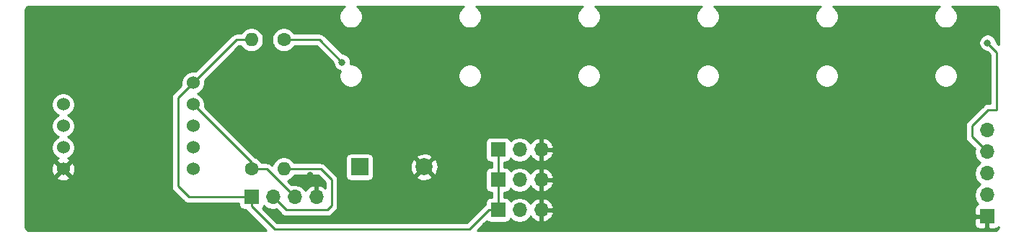
<source format=gbr>
G04 #@! TF.GenerationSoftware,KiCad,Pcbnew,(5.1.5)-3*
G04 #@! TF.CreationDate,2020-12-21T11:55:10+01:00*
G04 #@! TF.ProjectId,epimetheus,6570696d-6574-4686-9575-732e6b696361,rev?*
G04 #@! TF.SameCoordinates,Original*
G04 #@! TF.FileFunction,Copper,L2,Bot*
G04 #@! TF.FilePolarity,Positive*
%FSLAX46Y46*%
G04 Gerber Fmt 4.6, Leading zero omitted, Abs format (unit mm)*
G04 Created by KiCad (PCBNEW (5.1.5)-3) date 2020-12-21 11:55:10*
%MOMM*%
%LPD*%
G04 APERTURE LIST*
%ADD10C,1.524000*%
%ADD11O,1.700000X1.700000*%
%ADD12R,1.700000X1.700000*%
%ADD13O,1.600000X1.600000*%
%ADD14C,1.600000*%
%ADD15C,2.000000*%
%ADD16R,2.000000X2.000000*%
%ADD17C,0.800000*%
%ADD18C,0.250000*%
%ADD19C,0.254000*%
G04 APERTURE END LIST*
D10*
X154686000Y-58166000D03*
X154686000Y-60706000D03*
X154686000Y-63246000D03*
X154686000Y-65786000D03*
X169926000Y-65786000D03*
X169926000Y-63246000D03*
X169926000Y-60706000D03*
X169926000Y-58166000D03*
X169926000Y-55626000D03*
D11*
X263144000Y-61214000D03*
X263144000Y-63754000D03*
X263144000Y-66294000D03*
X263144000Y-68834000D03*
D12*
X263144000Y-71374000D03*
D11*
X184404000Y-69088000D03*
X181864000Y-69088000D03*
X179324000Y-69088000D03*
D12*
X176784000Y-69088000D03*
D11*
X210820000Y-67056000D03*
X208280000Y-67056000D03*
D12*
X205740000Y-67056000D03*
D11*
X210820000Y-70612000D03*
X208280000Y-70612000D03*
D12*
X205740000Y-70612000D03*
D11*
X210820000Y-63500000D03*
X208280000Y-63500000D03*
D12*
X205740000Y-63500000D03*
D13*
X176784000Y-50546000D03*
D14*
X176784000Y-65786000D03*
D13*
X180594000Y-65786000D03*
D14*
X180594000Y-50546000D03*
D15*
X197084000Y-65532000D03*
D16*
X189484000Y-65532000D03*
D17*
X183642000Y-66548000D03*
X263225400Y-50903000D03*
X187431000Y-53184500D03*
D18*
X184404000Y-69088000D02*
X184404000Y-67310000D01*
X184404000Y-67310000D02*
X183642000Y-66548000D01*
X263225400Y-50903000D02*
X264319300Y-51996900D01*
X264319300Y-58768700D02*
X263303300Y-58768700D01*
X264319300Y-51996900D02*
X264319300Y-58768700D01*
X263303300Y-58768700D02*
X261366000Y-60706000D01*
X261366000Y-61976000D02*
X263144000Y-63754000D01*
X261366000Y-60706000D02*
X261366000Y-61976000D01*
X184912000Y-65786000D02*
X180594000Y-65786000D01*
X180848000Y-70612000D02*
X185674000Y-70612000D01*
X179324000Y-69088000D02*
X180848000Y-70612000D01*
X186182000Y-70104000D02*
X186182000Y-67056000D01*
X185674000Y-70612000D02*
X186182000Y-70104000D01*
X186182000Y-67056000D02*
X184912000Y-65786000D01*
X176784000Y-65786000D02*
X176784000Y-65024000D01*
X176784000Y-65024000D02*
X169926000Y-58166000D01*
X178562000Y-65786000D02*
X176784000Y-65786000D01*
X181864000Y-69088000D02*
X178562000Y-65786000D01*
X180594000Y-50546000D02*
X184792500Y-50546000D01*
X184792500Y-50546000D02*
X187431000Y-53184500D01*
X176784000Y-50546000D02*
X175006000Y-50546000D01*
X175006000Y-50546000D02*
X169926000Y-55626000D01*
X205740000Y-63500000D02*
X205740000Y-67056000D01*
X205740000Y-67056000D02*
X205740000Y-70612000D01*
X204640000Y-70612000D02*
X202354000Y-72898000D01*
X205740000Y-70612000D02*
X204640000Y-70612000D01*
X176784000Y-70188000D02*
X176784000Y-69088000D01*
X179494000Y-72898000D02*
X176784000Y-70188000D01*
X202354000Y-72898000D02*
X179494000Y-72898000D01*
X168148000Y-57404000D02*
X169926000Y-55626000D01*
X169418000Y-69088000D02*
X176784000Y-69088000D01*
X168148000Y-67818000D02*
X169418000Y-69088000D01*
X168148000Y-67818000D02*
X168148000Y-57404000D01*
D19*
G36*
X187585114Y-46727201D02*
G01*
X187392201Y-46920114D01*
X187240629Y-47146957D01*
X187136225Y-47399011D01*
X187083000Y-47666589D01*
X187083000Y-47939411D01*
X187136225Y-48206989D01*
X187240629Y-48459043D01*
X187392201Y-48685886D01*
X187585114Y-48878799D01*
X187811957Y-49030371D01*
X188064011Y-49134775D01*
X188331589Y-49188000D01*
X188604411Y-49188000D01*
X188871989Y-49134775D01*
X189124043Y-49030371D01*
X189350886Y-48878799D01*
X189543799Y-48685886D01*
X189695371Y-48459043D01*
X189799775Y-48206989D01*
X189853000Y-47939411D01*
X189853000Y-47666589D01*
X189799775Y-47399011D01*
X189695371Y-47146957D01*
X189543799Y-46920114D01*
X189350886Y-46727201D01*
X189211401Y-46634000D01*
X201694599Y-46634000D01*
X201555114Y-46727201D01*
X201362201Y-46920114D01*
X201210629Y-47146957D01*
X201106225Y-47399011D01*
X201053000Y-47666589D01*
X201053000Y-47939411D01*
X201106225Y-48206989D01*
X201210629Y-48459043D01*
X201362201Y-48685886D01*
X201555114Y-48878799D01*
X201781957Y-49030371D01*
X202034011Y-49134775D01*
X202301589Y-49188000D01*
X202574411Y-49188000D01*
X202841989Y-49134775D01*
X203094043Y-49030371D01*
X203320886Y-48878799D01*
X203513799Y-48685886D01*
X203665371Y-48459043D01*
X203769775Y-48206989D01*
X203823000Y-47939411D01*
X203823000Y-47666589D01*
X203769775Y-47399011D01*
X203665371Y-47146957D01*
X203513799Y-46920114D01*
X203320886Y-46727201D01*
X203181401Y-46634000D01*
X215664599Y-46634000D01*
X215525114Y-46727201D01*
X215332201Y-46920114D01*
X215180629Y-47146957D01*
X215076225Y-47399011D01*
X215023000Y-47666589D01*
X215023000Y-47939411D01*
X215076225Y-48206989D01*
X215180629Y-48459043D01*
X215332201Y-48685886D01*
X215525114Y-48878799D01*
X215751957Y-49030371D01*
X216004011Y-49134775D01*
X216271589Y-49188000D01*
X216544411Y-49188000D01*
X216811989Y-49134775D01*
X217064043Y-49030371D01*
X217290886Y-48878799D01*
X217483799Y-48685886D01*
X217635371Y-48459043D01*
X217739775Y-48206989D01*
X217793000Y-47939411D01*
X217793000Y-47666589D01*
X217739775Y-47399011D01*
X217635371Y-47146957D01*
X217483799Y-46920114D01*
X217290886Y-46727201D01*
X217151401Y-46634000D01*
X229634599Y-46634000D01*
X229495114Y-46727201D01*
X229302201Y-46920114D01*
X229150629Y-47146957D01*
X229046225Y-47399011D01*
X228993000Y-47666589D01*
X228993000Y-47939411D01*
X229046225Y-48206989D01*
X229150629Y-48459043D01*
X229302201Y-48685886D01*
X229495114Y-48878799D01*
X229721957Y-49030371D01*
X229974011Y-49134775D01*
X230241589Y-49188000D01*
X230514411Y-49188000D01*
X230781989Y-49134775D01*
X231034043Y-49030371D01*
X231260886Y-48878799D01*
X231453799Y-48685886D01*
X231605371Y-48459043D01*
X231709775Y-48206989D01*
X231763000Y-47939411D01*
X231763000Y-47666589D01*
X231709775Y-47399011D01*
X231605371Y-47146957D01*
X231453799Y-46920114D01*
X231260886Y-46727201D01*
X231121401Y-46634000D01*
X243604599Y-46634000D01*
X243465114Y-46727201D01*
X243272201Y-46920114D01*
X243120629Y-47146957D01*
X243016225Y-47399011D01*
X242963000Y-47666589D01*
X242963000Y-47939411D01*
X243016225Y-48206989D01*
X243120629Y-48459043D01*
X243272201Y-48685886D01*
X243465114Y-48878799D01*
X243691957Y-49030371D01*
X243944011Y-49134775D01*
X244211589Y-49188000D01*
X244484411Y-49188000D01*
X244751989Y-49134775D01*
X245004043Y-49030371D01*
X245230886Y-48878799D01*
X245423799Y-48685886D01*
X245575371Y-48459043D01*
X245679775Y-48206989D01*
X245733000Y-47939411D01*
X245733000Y-47666589D01*
X245679775Y-47399011D01*
X245575371Y-47146957D01*
X245423799Y-46920114D01*
X245230886Y-46727201D01*
X245091401Y-46634000D01*
X257574599Y-46634000D01*
X257435114Y-46727201D01*
X257242201Y-46920114D01*
X257090629Y-47146957D01*
X256986225Y-47399011D01*
X256933000Y-47666589D01*
X256933000Y-47939411D01*
X256986225Y-48206989D01*
X257090629Y-48459043D01*
X257242201Y-48685886D01*
X257435114Y-48878799D01*
X257661957Y-49030371D01*
X257914011Y-49134775D01*
X258181589Y-49188000D01*
X258454411Y-49188000D01*
X258721989Y-49134775D01*
X258974043Y-49030371D01*
X259200886Y-48878799D01*
X259393799Y-48685886D01*
X259545371Y-48459043D01*
X259649775Y-48206989D01*
X259703000Y-47939411D01*
X259703000Y-47666589D01*
X259649775Y-47399011D01*
X259545371Y-47146957D01*
X259393799Y-46920114D01*
X259200886Y-46727201D01*
X259061401Y-46634000D01*
X264127719Y-46634000D01*
X264228533Y-46643885D01*
X264294457Y-46663789D01*
X264355255Y-46696115D01*
X264408619Y-46739639D01*
X264452512Y-46792696D01*
X264485266Y-46853271D01*
X264505628Y-46919053D01*
X264516000Y-47017730D01*
X264516000Y-51118798D01*
X264260400Y-50863199D01*
X264260400Y-50801061D01*
X264220626Y-50601102D01*
X264142605Y-50412744D01*
X264029337Y-50243226D01*
X263885174Y-50099063D01*
X263715656Y-49985795D01*
X263527298Y-49907774D01*
X263327339Y-49868000D01*
X263123461Y-49868000D01*
X262923502Y-49907774D01*
X262735144Y-49985795D01*
X262565626Y-50099063D01*
X262421463Y-50243226D01*
X262308195Y-50412744D01*
X262230174Y-50601102D01*
X262190400Y-50801061D01*
X262190400Y-51004939D01*
X262230174Y-51204898D01*
X262308195Y-51393256D01*
X262421463Y-51562774D01*
X262565626Y-51706937D01*
X262735144Y-51820205D01*
X262923502Y-51898226D01*
X263123461Y-51938000D01*
X263185599Y-51938000D01*
X263559300Y-52311702D01*
X263559301Y-58008700D01*
X263340623Y-58008700D01*
X263303300Y-58005024D01*
X263265977Y-58008700D01*
X263265967Y-58008700D01*
X263154314Y-58019697D01*
X263011053Y-58063154D01*
X262879023Y-58133726D01*
X262795383Y-58202368D01*
X262763299Y-58228699D01*
X262739501Y-58257697D01*
X260855003Y-60142196D01*
X260825999Y-60165999D01*
X260770871Y-60233174D01*
X260731026Y-60281724D01*
X260722054Y-60298510D01*
X260660454Y-60413754D01*
X260616997Y-60557015D01*
X260606000Y-60668668D01*
X260606000Y-60668678D01*
X260602324Y-60706000D01*
X260606000Y-60743323D01*
X260606001Y-61938668D01*
X260602324Y-61976000D01*
X260616998Y-62124985D01*
X260660454Y-62268246D01*
X260731026Y-62400276D01*
X260761994Y-62438010D01*
X260826000Y-62516001D01*
X260854998Y-62539799D01*
X261702790Y-63387592D01*
X261659000Y-63607740D01*
X261659000Y-63900260D01*
X261716068Y-64187158D01*
X261828010Y-64457411D01*
X261990525Y-64700632D01*
X262197368Y-64907475D01*
X262371760Y-65024000D01*
X262197368Y-65140525D01*
X261990525Y-65347368D01*
X261828010Y-65590589D01*
X261716068Y-65860842D01*
X261659000Y-66147740D01*
X261659000Y-66440260D01*
X261716068Y-66727158D01*
X261828010Y-66997411D01*
X261990525Y-67240632D01*
X262197368Y-67447475D01*
X262371760Y-67564000D01*
X262197368Y-67680525D01*
X261990525Y-67887368D01*
X261828010Y-68130589D01*
X261716068Y-68400842D01*
X261659000Y-68687740D01*
X261659000Y-68980260D01*
X261716068Y-69267158D01*
X261828010Y-69537411D01*
X261990525Y-69780632D01*
X262122380Y-69912487D01*
X262049820Y-69934498D01*
X261939506Y-69993463D01*
X261842815Y-70072815D01*
X261763463Y-70169506D01*
X261704498Y-70279820D01*
X261668188Y-70399518D01*
X261655928Y-70524000D01*
X261659000Y-71088250D01*
X261817750Y-71247000D01*
X263017000Y-71247000D01*
X263017000Y-71227000D01*
X263271000Y-71227000D01*
X263271000Y-71247000D01*
X263291000Y-71247000D01*
X263291000Y-71501000D01*
X263271000Y-71501000D01*
X263271000Y-72700250D01*
X263429750Y-72859000D01*
X263994000Y-72862072D01*
X264118482Y-72849812D01*
X264238180Y-72813502D01*
X264348494Y-72754537D01*
X264445185Y-72675185D01*
X264516001Y-72588895D01*
X264516001Y-72611709D01*
X264506115Y-72712531D01*
X264486211Y-72778458D01*
X264453885Y-72839255D01*
X264410362Y-72892618D01*
X264357300Y-72936515D01*
X264296727Y-72969266D01*
X264230947Y-72989628D01*
X264132269Y-73000000D01*
X203326801Y-73000000D01*
X204102801Y-72224000D01*
X261655928Y-72224000D01*
X261668188Y-72348482D01*
X261704498Y-72468180D01*
X261763463Y-72578494D01*
X261842815Y-72675185D01*
X261939506Y-72754537D01*
X262049820Y-72813502D01*
X262169518Y-72849812D01*
X262294000Y-72862072D01*
X262858250Y-72859000D01*
X263017000Y-72700250D01*
X263017000Y-71501000D01*
X261817750Y-71501000D01*
X261659000Y-71659750D01*
X261655928Y-72224000D01*
X204102801Y-72224000D01*
X204427457Y-71899345D01*
X204438815Y-71913185D01*
X204535506Y-71992537D01*
X204645820Y-72051502D01*
X204765518Y-72087812D01*
X204890000Y-72100072D01*
X206590000Y-72100072D01*
X206714482Y-72087812D01*
X206834180Y-72051502D01*
X206944494Y-71992537D01*
X207041185Y-71913185D01*
X207120537Y-71816494D01*
X207179502Y-71706180D01*
X207201513Y-71633620D01*
X207333368Y-71765475D01*
X207576589Y-71927990D01*
X207846842Y-72039932D01*
X208133740Y-72097000D01*
X208426260Y-72097000D01*
X208713158Y-72039932D01*
X208983411Y-71927990D01*
X209226632Y-71765475D01*
X209433475Y-71558632D01*
X209555195Y-71376466D01*
X209624822Y-71493355D01*
X209819731Y-71709588D01*
X210053080Y-71883641D01*
X210315901Y-72008825D01*
X210463110Y-72053476D01*
X210693000Y-71932155D01*
X210693000Y-70739000D01*
X210947000Y-70739000D01*
X210947000Y-71932155D01*
X211176890Y-72053476D01*
X211324099Y-72008825D01*
X211586920Y-71883641D01*
X211820269Y-71709588D01*
X212015178Y-71493355D01*
X212164157Y-71243252D01*
X212261481Y-70968891D01*
X212140814Y-70739000D01*
X210947000Y-70739000D01*
X210693000Y-70739000D01*
X210673000Y-70739000D01*
X210673000Y-70485000D01*
X210693000Y-70485000D01*
X210693000Y-69291845D01*
X210947000Y-69291845D01*
X210947000Y-70485000D01*
X212140814Y-70485000D01*
X212261481Y-70255109D01*
X212164157Y-69980748D01*
X212015178Y-69730645D01*
X211820269Y-69514412D01*
X211586920Y-69340359D01*
X211324099Y-69215175D01*
X211176890Y-69170524D01*
X210947000Y-69291845D01*
X210693000Y-69291845D01*
X210463110Y-69170524D01*
X210315901Y-69215175D01*
X210053080Y-69340359D01*
X209819731Y-69514412D01*
X209624822Y-69730645D01*
X209555195Y-69847534D01*
X209433475Y-69665368D01*
X209226632Y-69458525D01*
X208983411Y-69296010D01*
X208713158Y-69184068D01*
X208426260Y-69127000D01*
X208133740Y-69127000D01*
X207846842Y-69184068D01*
X207576589Y-69296010D01*
X207333368Y-69458525D01*
X207201513Y-69590380D01*
X207179502Y-69517820D01*
X207120537Y-69407506D01*
X207041185Y-69310815D01*
X206944494Y-69231463D01*
X206834180Y-69172498D01*
X206714482Y-69136188D01*
X206590000Y-69123928D01*
X206500000Y-69123928D01*
X206500000Y-68544072D01*
X206590000Y-68544072D01*
X206714482Y-68531812D01*
X206834180Y-68495502D01*
X206944494Y-68436537D01*
X207041185Y-68357185D01*
X207120537Y-68260494D01*
X207179502Y-68150180D01*
X207201513Y-68077620D01*
X207333368Y-68209475D01*
X207576589Y-68371990D01*
X207846842Y-68483932D01*
X208133740Y-68541000D01*
X208426260Y-68541000D01*
X208713158Y-68483932D01*
X208983411Y-68371990D01*
X209226632Y-68209475D01*
X209433475Y-68002632D01*
X209555195Y-67820466D01*
X209624822Y-67937355D01*
X209819731Y-68153588D01*
X210053080Y-68327641D01*
X210315901Y-68452825D01*
X210463110Y-68497476D01*
X210693000Y-68376155D01*
X210693000Y-67183000D01*
X210947000Y-67183000D01*
X210947000Y-68376155D01*
X211176890Y-68497476D01*
X211324099Y-68452825D01*
X211586920Y-68327641D01*
X211820269Y-68153588D01*
X212015178Y-67937355D01*
X212164157Y-67687252D01*
X212261481Y-67412891D01*
X212140814Y-67183000D01*
X210947000Y-67183000D01*
X210693000Y-67183000D01*
X210673000Y-67183000D01*
X210673000Y-66929000D01*
X210693000Y-66929000D01*
X210693000Y-65735845D01*
X210947000Y-65735845D01*
X210947000Y-66929000D01*
X212140814Y-66929000D01*
X212261481Y-66699109D01*
X212164157Y-66424748D01*
X212015178Y-66174645D01*
X211820269Y-65958412D01*
X211586920Y-65784359D01*
X211324099Y-65659175D01*
X211176890Y-65614524D01*
X210947000Y-65735845D01*
X210693000Y-65735845D01*
X210463110Y-65614524D01*
X210315901Y-65659175D01*
X210053080Y-65784359D01*
X209819731Y-65958412D01*
X209624822Y-66174645D01*
X209555195Y-66291534D01*
X209433475Y-66109368D01*
X209226632Y-65902525D01*
X208983411Y-65740010D01*
X208713158Y-65628068D01*
X208426260Y-65571000D01*
X208133740Y-65571000D01*
X207846842Y-65628068D01*
X207576589Y-65740010D01*
X207333368Y-65902525D01*
X207201513Y-66034380D01*
X207179502Y-65961820D01*
X207120537Y-65851506D01*
X207041185Y-65754815D01*
X206944494Y-65675463D01*
X206834180Y-65616498D01*
X206714482Y-65580188D01*
X206590000Y-65567928D01*
X206500000Y-65567928D01*
X206500000Y-64988072D01*
X206590000Y-64988072D01*
X206714482Y-64975812D01*
X206834180Y-64939502D01*
X206944494Y-64880537D01*
X207041185Y-64801185D01*
X207120537Y-64704494D01*
X207179502Y-64594180D01*
X207201513Y-64521620D01*
X207333368Y-64653475D01*
X207576589Y-64815990D01*
X207846842Y-64927932D01*
X208133740Y-64985000D01*
X208426260Y-64985000D01*
X208713158Y-64927932D01*
X208983411Y-64815990D01*
X209226632Y-64653475D01*
X209433475Y-64446632D01*
X209555195Y-64264466D01*
X209624822Y-64381355D01*
X209819731Y-64597588D01*
X210053080Y-64771641D01*
X210315901Y-64896825D01*
X210463110Y-64941476D01*
X210693000Y-64820155D01*
X210693000Y-63627000D01*
X210947000Y-63627000D01*
X210947000Y-64820155D01*
X211176890Y-64941476D01*
X211324099Y-64896825D01*
X211586920Y-64771641D01*
X211820269Y-64597588D01*
X212015178Y-64381355D01*
X212164157Y-64131252D01*
X212261481Y-63856891D01*
X212140814Y-63627000D01*
X210947000Y-63627000D01*
X210693000Y-63627000D01*
X210673000Y-63627000D01*
X210673000Y-63373000D01*
X210693000Y-63373000D01*
X210693000Y-62179845D01*
X210947000Y-62179845D01*
X210947000Y-63373000D01*
X212140814Y-63373000D01*
X212261481Y-63143109D01*
X212164157Y-62868748D01*
X212015178Y-62618645D01*
X211820269Y-62402412D01*
X211586920Y-62228359D01*
X211324099Y-62103175D01*
X211176890Y-62058524D01*
X210947000Y-62179845D01*
X210693000Y-62179845D01*
X210463110Y-62058524D01*
X210315901Y-62103175D01*
X210053080Y-62228359D01*
X209819731Y-62402412D01*
X209624822Y-62618645D01*
X209555195Y-62735534D01*
X209433475Y-62553368D01*
X209226632Y-62346525D01*
X208983411Y-62184010D01*
X208713158Y-62072068D01*
X208426260Y-62015000D01*
X208133740Y-62015000D01*
X207846842Y-62072068D01*
X207576589Y-62184010D01*
X207333368Y-62346525D01*
X207201513Y-62478380D01*
X207179502Y-62405820D01*
X207120537Y-62295506D01*
X207041185Y-62198815D01*
X206944494Y-62119463D01*
X206834180Y-62060498D01*
X206714482Y-62024188D01*
X206590000Y-62011928D01*
X204890000Y-62011928D01*
X204765518Y-62024188D01*
X204645820Y-62060498D01*
X204535506Y-62119463D01*
X204438815Y-62198815D01*
X204359463Y-62295506D01*
X204300498Y-62405820D01*
X204264188Y-62525518D01*
X204251928Y-62650000D01*
X204251928Y-64350000D01*
X204264188Y-64474482D01*
X204300498Y-64594180D01*
X204359463Y-64704494D01*
X204438815Y-64801185D01*
X204535506Y-64880537D01*
X204645820Y-64939502D01*
X204765518Y-64975812D01*
X204890000Y-64988072D01*
X204980000Y-64988072D01*
X204980001Y-65567928D01*
X204890000Y-65567928D01*
X204765518Y-65580188D01*
X204645820Y-65616498D01*
X204535506Y-65675463D01*
X204438815Y-65754815D01*
X204359463Y-65851506D01*
X204300498Y-65961820D01*
X204264188Y-66081518D01*
X204251928Y-66206000D01*
X204251928Y-67906000D01*
X204264188Y-68030482D01*
X204300498Y-68150180D01*
X204359463Y-68260494D01*
X204438815Y-68357185D01*
X204535506Y-68436537D01*
X204645820Y-68495502D01*
X204765518Y-68531812D01*
X204890000Y-68544072D01*
X204980000Y-68544072D01*
X204980001Y-69123928D01*
X204890000Y-69123928D01*
X204765518Y-69136188D01*
X204645820Y-69172498D01*
X204535506Y-69231463D01*
X204438815Y-69310815D01*
X204359463Y-69407506D01*
X204300498Y-69517820D01*
X204264188Y-69637518D01*
X204251928Y-69762000D01*
X204251928Y-69957674D01*
X204215724Y-69977026D01*
X204099999Y-70071999D01*
X204076202Y-70100996D01*
X202039199Y-72138000D01*
X179808802Y-72138000D01*
X178071345Y-70400543D01*
X178085185Y-70389185D01*
X178164537Y-70292494D01*
X178223502Y-70182180D01*
X178245513Y-70109620D01*
X178377368Y-70241475D01*
X178620589Y-70403990D01*
X178890842Y-70515932D01*
X179177740Y-70573000D01*
X179470260Y-70573000D01*
X179690407Y-70529210D01*
X180284205Y-71123008D01*
X180307999Y-71152001D01*
X180336992Y-71175795D01*
X180336996Y-71175799D01*
X180407685Y-71233811D01*
X180423724Y-71246974D01*
X180555753Y-71317546D01*
X180699014Y-71361003D01*
X180810667Y-71372000D01*
X180810676Y-71372000D01*
X180847999Y-71375676D01*
X180885322Y-71372000D01*
X185636678Y-71372000D01*
X185674000Y-71375676D01*
X185711322Y-71372000D01*
X185711333Y-71372000D01*
X185822986Y-71361003D01*
X185966247Y-71317546D01*
X186098276Y-71246974D01*
X186214001Y-71152001D01*
X186237803Y-71122998D01*
X186693003Y-70667798D01*
X186722001Y-70644001D01*
X186816974Y-70528276D01*
X186887546Y-70396247D01*
X186931003Y-70252986D01*
X186942000Y-70141333D01*
X186942000Y-70141324D01*
X186945676Y-70104001D01*
X186942000Y-70066678D01*
X186942000Y-67093322D01*
X186945676Y-67055999D01*
X186942000Y-67018676D01*
X186942000Y-67018667D01*
X186931003Y-66907014D01*
X186887546Y-66763753D01*
X186816974Y-66631724D01*
X186722001Y-66515999D01*
X186693003Y-66492201D01*
X185475804Y-65275003D01*
X185452001Y-65245999D01*
X185336276Y-65151026D01*
X185204247Y-65080454D01*
X185060986Y-65036997D01*
X184949333Y-65026000D01*
X184949322Y-65026000D01*
X184912000Y-65022324D01*
X184874678Y-65026000D01*
X181812043Y-65026000D01*
X181708637Y-64871241D01*
X181508759Y-64671363D01*
X181300188Y-64532000D01*
X187845928Y-64532000D01*
X187845928Y-66532000D01*
X187858188Y-66656482D01*
X187894498Y-66776180D01*
X187953463Y-66886494D01*
X188032815Y-66983185D01*
X188129506Y-67062537D01*
X188239820Y-67121502D01*
X188359518Y-67157812D01*
X188484000Y-67170072D01*
X190484000Y-67170072D01*
X190608482Y-67157812D01*
X190728180Y-67121502D01*
X190838494Y-67062537D01*
X190935185Y-66983185D01*
X191014537Y-66886494D01*
X191073502Y-66776180D01*
X191106496Y-66667413D01*
X196128192Y-66667413D01*
X196223956Y-66931814D01*
X196513571Y-67072704D01*
X196825108Y-67154384D01*
X197146595Y-67173718D01*
X197465675Y-67129961D01*
X197770088Y-67024795D01*
X197944044Y-66931814D01*
X198039808Y-66667413D01*
X197084000Y-65711605D01*
X196128192Y-66667413D01*
X191106496Y-66667413D01*
X191109812Y-66656482D01*
X191122072Y-66532000D01*
X191122072Y-65594595D01*
X195442282Y-65594595D01*
X195486039Y-65913675D01*
X195591205Y-66218088D01*
X195684186Y-66392044D01*
X195948587Y-66487808D01*
X196904395Y-65532000D01*
X197263605Y-65532000D01*
X198219413Y-66487808D01*
X198483814Y-66392044D01*
X198624704Y-66102429D01*
X198706384Y-65790892D01*
X198725718Y-65469405D01*
X198681961Y-65150325D01*
X198576795Y-64845912D01*
X198483814Y-64671956D01*
X198219413Y-64576192D01*
X197263605Y-65532000D01*
X196904395Y-65532000D01*
X195948587Y-64576192D01*
X195684186Y-64671956D01*
X195543296Y-64961571D01*
X195461616Y-65273108D01*
X195442282Y-65594595D01*
X191122072Y-65594595D01*
X191122072Y-64532000D01*
X191109812Y-64407518D01*
X191106497Y-64396587D01*
X196128192Y-64396587D01*
X197084000Y-65352395D01*
X198039808Y-64396587D01*
X197944044Y-64132186D01*
X197654429Y-63991296D01*
X197342892Y-63909616D01*
X197021405Y-63890282D01*
X196702325Y-63934039D01*
X196397912Y-64039205D01*
X196223956Y-64132186D01*
X196128192Y-64396587D01*
X191106497Y-64396587D01*
X191073502Y-64287820D01*
X191014537Y-64177506D01*
X190935185Y-64080815D01*
X190838494Y-64001463D01*
X190728180Y-63942498D01*
X190608482Y-63906188D01*
X190484000Y-63893928D01*
X188484000Y-63893928D01*
X188359518Y-63906188D01*
X188239820Y-63942498D01*
X188129506Y-64001463D01*
X188032815Y-64080815D01*
X187953463Y-64177506D01*
X187894498Y-64287820D01*
X187858188Y-64407518D01*
X187845928Y-64532000D01*
X181300188Y-64532000D01*
X181273727Y-64514320D01*
X181012574Y-64406147D01*
X180735335Y-64351000D01*
X180452665Y-64351000D01*
X180175426Y-64406147D01*
X179914273Y-64514320D01*
X179679241Y-64671363D01*
X179479363Y-64871241D01*
X179322320Y-65106273D01*
X179215342Y-65364541D01*
X179125804Y-65275003D01*
X179102001Y-65245999D01*
X178986276Y-65151026D01*
X178854247Y-65080454D01*
X178710986Y-65036997D01*
X178599333Y-65026000D01*
X178599322Y-65026000D01*
X178562000Y-65022324D01*
X178524678Y-65026000D01*
X178002043Y-65026000D01*
X177898637Y-64871241D01*
X177698759Y-64671363D01*
X177463727Y-64514320D01*
X177268084Y-64433282D01*
X171292372Y-58457571D01*
X171323000Y-58303592D01*
X171323000Y-58028408D01*
X171269314Y-57758510D01*
X171164005Y-57504273D01*
X171011120Y-57275465D01*
X170816535Y-57080880D01*
X170587727Y-56927995D01*
X170510485Y-56896000D01*
X170587727Y-56864005D01*
X170816535Y-56711120D01*
X171011120Y-56516535D01*
X171164005Y-56287727D01*
X171269314Y-56033490D01*
X171323000Y-55763592D01*
X171323000Y-55488408D01*
X171292372Y-55334429D01*
X175320802Y-51306000D01*
X175565957Y-51306000D01*
X175669363Y-51460759D01*
X175869241Y-51660637D01*
X176104273Y-51817680D01*
X176365426Y-51925853D01*
X176642665Y-51981000D01*
X176925335Y-51981000D01*
X177202574Y-51925853D01*
X177463727Y-51817680D01*
X177698759Y-51660637D01*
X177898637Y-51460759D01*
X178055680Y-51225727D01*
X178163853Y-50964574D01*
X178219000Y-50687335D01*
X178219000Y-50404665D01*
X179159000Y-50404665D01*
X179159000Y-50687335D01*
X179214147Y-50964574D01*
X179322320Y-51225727D01*
X179479363Y-51460759D01*
X179679241Y-51660637D01*
X179914273Y-51817680D01*
X180175426Y-51925853D01*
X180452665Y-51981000D01*
X180735335Y-51981000D01*
X181012574Y-51925853D01*
X181273727Y-51817680D01*
X181508759Y-51660637D01*
X181708637Y-51460759D01*
X181812043Y-51306000D01*
X184477699Y-51306000D01*
X186396000Y-53224303D01*
X186396000Y-53286439D01*
X186435774Y-53486398D01*
X186513795Y-53674756D01*
X186627063Y-53844274D01*
X186771226Y-53988437D01*
X186940744Y-54101705D01*
X187129102Y-54179726D01*
X187219599Y-54197727D01*
X187136225Y-54399011D01*
X187083000Y-54666589D01*
X187083000Y-54939411D01*
X187136225Y-55206989D01*
X187240629Y-55459043D01*
X187392201Y-55685886D01*
X187585114Y-55878799D01*
X187811957Y-56030371D01*
X188064011Y-56134775D01*
X188331589Y-56188000D01*
X188604411Y-56188000D01*
X188871989Y-56134775D01*
X189124043Y-56030371D01*
X189350886Y-55878799D01*
X189543799Y-55685886D01*
X189695371Y-55459043D01*
X189799775Y-55206989D01*
X189853000Y-54939411D01*
X189853000Y-54666589D01*
X201053000Y-54666589D01*
X201053000Y-54939411D01*
X201106225Y-55206989D01*
X201210629Y-55459043D01*
X201362201Y-55685886D01*
X201555114Y-55878799D01*
X201781957Y-56030371D01*
X202034011Y-56134775D01*
X202301589Y-56188000D01*
X202574411Y-56188000D01*
X202841989Y-56134775D01*
X203094043Y-56030371D01*
X203320886Y-55878799D01*
X203513799Y-55685886D01*
X203665371Y-55459043D01*
X203769775Y-55206989D01*
X203823000Y-54939411D01*
X203823000Y-54666589D01*
X215023000Y-54666589D01*
X215023000Y-54939411D01*
X215076225Y-55206989D01*
X215180629Y-55459043D01*
X215332201Y-55685886D01*
X215525114Y-55878799D01*
X215751957Y-56030371D01*
X216004011Y-56134775D01*
X216271589Y-56188000D01*
X216544411Y-56188000D01*
X216811989Y-56134775D01*
X217064043Y-56030371D01*
X217290886Y-55878799D01*
X217483799Y-55685886D01*
X217635371Y-55459043D01*
X217739775Y-55206989D01*
X217793000Y-54939411D01*
X217793000Y-54666589D01*
X228993000Y-54666589D01*
X228993000Y-54939411D01*
X229046225Y-55206989D01*
X229150629Y-55459043D01*
X229302201Y-55685886D01*
X229495114Y-55878799D01*
X229721957Y-56030371D01*
X229974011Y-56134775D01*
X230241589Y-56188000D01*
X230514411Y-56188000D01*
X230781989Y-56134775D01*
X231034043Y-56030371D01*
X231260886Y-55878799D01*
X231453799Y-55685886D01*
X231605371Y-55459043D01*
X231709775Y-55206989D01*
X231763000Y-54939411D01*
X231763000Y-54666589D01*
X242963000Y-54666589D01*
X242963000Y-54939411D01*
X243016225Y-55206989D01*
X243120629Y-55459043D01*
X243272201Y-55685886D01*
X243465114Y-55878799D01*
X243691957Y-56030371D01*
X243944011Y-56134775D01*
X244211589Y-56188000D01*
X244484411Y-56188000D01*
X244751989Y-56134775D01*
X245004043Y-56030371D01*
X245230886Y-55878799D01*
X245423799Y-55685886D01*
X245575371Y-55459043D01*
X245679775Y-55206989D01*
X245733000Y-54939411D01*
X245733000Y-54666589D01*
X256933000Y-54666589D01*
X256933000Y-54939411D01*
X256986225Y-55206989D01*
X257090629Y-55459043D01*
X257242201Y-55685886D01*
X257435114Y-55878799D01*
X257661957Y-56030371D01*
X257914011Y-56134775D01*
X258181589Y-56188000D01*
X258454411Y-56188000D01*
X258721989Y-56134775D01*
X258974043Y-56030371D01*
X259200886Y-55878799D01*
X259393799Y-55685886D01*
X259545371Y-55459043D01*
X259649775Y-55206989D01*
X259703000Y-54939411D01*
X259703000Y-54666589D01*
X259649775Y-54399011D01*
X259545371Y-54146957D01*
X259393799Y-53920114D01*
X259200886Y-53727201D01*
X258974043Y-53575629D01*
X258721989Y-53471225D01*
X258454411Y-53418000D01*
X258181589Y-53418000D01*
X257914011Y-53471225D01*
X257661957Y-53575629D01*
X257435114Y-53727201D01*
X257242201Y-53920114D01*
X257090629Y-54146957D01*
X256986225Y-54399011D01*
X256933000Y-54666589D01*
X245733000Y-54666589D01*
X245679775Y-54399011D01*
X245575371Y-54146957D01*
X245423799Y-53920114D01*
X245230886Y-53727201D01*
X245004043Y-53575629D01*
X244751989Y-53471225D01*
X244484411Y-53418000D01*
X244211589Y-53418000D01*
X243944011Y-53471225D01*
X243691957Y-53575629D01*
X243465114Y-53727201D01*
X243272201Y-53920114D01*
X243120629Y-54146957D01*
X243016225Y-54399011D01*
X242963000Y-54666589D01*
X231763000Y-54666589D01*
X231709775Y-54399011D01*
X231605371Y-54146957D01*
X231453799Y-53920114D01*
X231260886Y-53727201D01*
X231034043Y-53575629D01*
X230781989Y-53471225D01*
X230514411Y-53418000D01*
X230241589Y-53418000D01*
X229974011Y-53471225D01*
X229721957Y-53575629D01*
X229495114Y-53727201D01*
X229302201Y-53920114D01*
X229150629Y-54146957D01*
X229046225Y-54399011D01*
X228993000Y-54666589D01*
X217793000Y-54666589D01*
X217739775Y-54399011D01*
X217635371Y-54146957D01*
X217483799Y-53920114D01*
X217290886Y-53727201D01*
X217064043Y-53575629D01*
X216811989Y-53471225D01*
X216544411Y-53418000D01*
X216271589Y-53418000D01*
X216004011Y-53471225D01*
X215751957Y-53575629D01*
X215525114Y-53727201D01*
X215332201Y-53920114D01*
X215180629Y-54146957D01*
X215076225Y-54399011D01*
X215023000Y-54666589D01*
X203823000Y-54666589D01*
X203769775Y-54399011D01*
X203665371Y-54146957D01*
X203513799Y-53920114D01*
X203320886Y-53727201D01*
X203094043Y-53575629D01*
X202841989Y-53471225D01*
X202574411Y-53418000D01*
X202301589Y-53418000D01*
X202034011Y-53471225D01*
X201781957Y-53575629D01*
X201555114Y-53727201D01*
X201362201Y-53920114D01*
X201210629Y-54146957D01*
X201106225Y-54399011D01*
X201053000Y-54666589D01*
X189853000Y-54666589D01*
X189799775Y-54399011D01*
X189695371Y-54146957D01*
X189543799Y-53920114D01*
X189350886Y-53727201D01*
X189124043Y-53575629D01*
X188871989Y-53471225D01*
X188604411Y-53418000D01*
X188439831Y-53418000D01*
X188466000Y-53286439D01*
X188466000Y-53082561D01*
X188426226Y-52882602D01*
X188348205Y-52694244D01*
X188234937Y-52524726D01*
X188090774Y-52380563D01*
X187921256Y-52267295D01*
X187732898Y-52189274D01*
X187532939Y-52149500D01*
X187470803Y-52149500D01*
X185356304Y-50035003D01*
X185332501Y-50005999D01*
X185216776Y-49911026D01*
X185084747Y-49840454D01*
X184941486Y-49796997D01*
X184829833Y-49786000D01*
X184829822Y-49786000D01*
X184792500Y-49782324D01*
X184755178Y-49786000D01*
X181812043Y-49786000D01*
X181708637Y-49631241D01*
X181508759Y-49431363D01*
X181273727Y-49274320D01*
X181012574Y-49166147D01*
X180735335Y-49111000D01*
X180452665Y-49111000D01*
X180175426Y-49166147D01*
X179914273Y-49274320D01*
X179679241Y-49431363D01*
X179479363Y-49631241D01*
X179322320Y-49866273D01*
X179214147Y-50127426D01*
X179159000Y-50404665D01*
X178219000Y-50404665D01*
X178163853Y-50127426D01*
X178055680Y-49866273D01*
X177898637Y-49631241D01*
X177698759Y-49431363D01*
X177463727Y-49274320D01*
X177202574Y-49166147D01*
X176925335Y-49111000D01*
X176642665Y-49111000D01*
X176365426Y-49166147D01*
X176104273Y-49274320D01*
X175869241Y-49431363D01*
X175669363Y-49631241D01*
X175565957Y-49786000D01*
X175043323Y-49786000D01*
X175006000Y-49782324D01*
X174968677Y-49786000D01*
X174968667Y-49786000D01*
X174857014Y-49796997D01*
X174713753Y-49840454D01*
X174581723Y-49911026D01*
X174498083Y-49979668D01*
X174465999Y-50005999D01*
X174442201Y-50034997D01*
X170217571Y-54259628D01*
X170063592Y-54229000D01*
X169788408Y-54229000D01*
X169518510Y-54282686D01*
X169264273Y-54387995D01*
X169035465Y-54540880D01*
X168840880Y-54735465D01*
X168687995Y-54964273D01*
X168582686Y-55218510D01*
X168529000Y-55488408D01*
X168529000Y-55763592D01*
X168559628Y-55917570D01*
X167636998Y-56840201D01*
X167608000Y-56863999D01*
X167584202Y-56892997D01*
X167584201Y-56892998D01*
X167513026Y-56979724D01*
X167442454Y-57111754D01*
X167398998Y-57255015D01*
X167384324Y-57404000D01*
X167388001Y-57441332D01*
X167388000Y-67780678D01*
X167384324Y-67818000D01*
X167388000Y-67855322D01*
X167388000Y-67855332D01*
X167398997Y-67966985D01*
X167442454Y-68110246D01*
X167513026Y-68242276D01*
X167552871Y-68290826D01*
X167607999Y-68358001D01*
X167637003Y-68381804D01*
X168854200Y-69599002D01*
X168877999Y-69628001D01*
X168993724Y-69722974D01*
X169125753Y-69793546D01*
X169269014Y-69837003D01*
X169380667Y-69848000D01*
X169380676Y-69848000D01*
X169417999Y-69851676D01*
X169455322Y-69848000D01*
X175295928Y-69848000D01*
X175295928Y-69938000D01*
X175308188Y-70062482D01*
X175344498Y-70182180D01*
X175403463Y-70292494D01*
X175482815Y-70389185D01*
X175579506Y-70468537D01*
X175689820Y-70527502D01*
X175809518Y-70563812D01*
X175934000Y-70576072D01*
X176129674Y-70576072D01*
X176149026Y-70612276D01*
X176179438Y-70649333D01*
X176243999Y-70728001D01*
X176273003Y-70751804D01*
X178521198Y-73000000D01*
X150654281Y-73000000D01*
X150553469Y-72990115D01*
X150487542Y-72970211D01*
X150426745Y-72937885D01*
X150373382Y-72894362D01*
X150329485Y-72841300D01*
X150296734Y-72780727D01*
X150276372Y-72714947D01*
X150266000Y-72616269D01*
X150266000Y-66751565D01*
X153900040Y-66751565D01*
X153967020Y-66991656D01*
X154216048Y-67108756D01*
X154483135Y-67175023D01*
X154758017Y-67187910D01*
X155030133Y-67146922D01*
X155289023Y-67053636D01*
X155404980Y-66991656D01*
X155471960Y-66751565D01*
X154686000Y-65965605D01*
X153900040Y-66751565D01*
X150266000Y-66751565D01*
X150266000Y-65858017D01*
X153284090Y-65858017D01*
X153325078Y-66130133D01*
X153418364Y-66389023D01*
X153480344Y-66504980D01*
X153720435Y-66571960D01*
X154506395Y-65786000D01*
X154865605Y-65786000D01*
X155651565Y-66571960D01*
X155891656Y-66504980D01*
X156008756Y-66255952D01*
X156075023Y-65988865D01*
X156087910Y-65713983D01*
X156046922Y-65441867D01*
X155953636Y-65182977D01*
X155891656Y-65067020D01*
X155651565Y-65000040D01*
X154865605Y-65786000D01*
X154506395Y-65786000D01*
X153720435Y-65000040D01*
X153480344Y-65067020D01*
X153363244Y-65316048D01*
X153296977Y-65583135D01*
X153284090Y-65858017D01*
X150266000Y-65858017D01*
X150266000Y-58028408D01*
X153289000Y-58028408D01*
X153289000Y-58303592D01*
X153342686Y-58573490D01*
X153447995Y-58827727D01*
X153600880Y-59056535D01*
X153795465Y-59251120D01*
X154024273Y-59404005D01*
X154101515Y-59436000D01*
X154024273Y-59467995D01*
X153795465Y-59620880D01*
X153600880Y-59815465D01*
X153447995Y-60044273D01*
X153342686Y-60298510D01*
X153289000Y-60568408D01*
X153289000Y-60843592D01*
X153342686Y-61113490D01*
X153447995Y-61367727D01*
X153600880Y-61596535D01*
X153795465Y-61791120D01*
X154024273Y-61944005D01*
X154101515Y-61976000D01*
X154024273Y-62007995D01*
X153795465Y-62160880D01*
X153600880Y-62355465D01*
X153447995Y-62584273D01*
X153342686Y-62838510D01*
X153289000Y-63108408D01*
X153289000Y-63383592D01*
X153342686Y-63653490D01*
X153447995Y-63907727D01*
X153600880Y-64136535D01*
X153795465Y-64331120D01*
X154024273Y-64484005D01*
X154095943Y-64513692D01*
X154082977Y-64518364D01*
X153967020Y-64580344D01*
X153900040Y-64820435D01*
X154686000Y-65606395D01*
X155471960Y-64820435D01*
X155404980Y-64580344D01*
X155269240Y-64516515D01*
X155347727Y-64484005D01*
X155576535Y-64331120D01*
X155771120Y-64136535D01*
X155924005Y-63907727D01*
X156029314Y-63653490D01*
X156083000Y-63383592D01*
X156083000Y-63108408D01*
X156029314Y-62838510D01*
X155924005Y-62584273D01*
X155771120Y-62355465D01*
X155576535Y-62160880D01*
X155347727Y-62007995D01*
X155270485Y-61976000D01*
X155347727Y-61944005D01*
X155576535Y-61791120D01*
X155771120Y-61596535D01*
X155924005Y-61367727D01*
X156029314Y-61113490D01*
X156083000Y-60843592D01*
X156083000Y-60568408D01*
X156029314Y-60298510D01*
X155924005Y-60044273D01*
X155771120Y-59815465D01*
X155576535Y-59620880D01*
X155347727Y-59467995D01*
X155270485Y-59436000D01*
X155347727Y-59404005D01*
X155576535Y-59251120D01*
X155771120Y-59056535D01*
X155924005Y-58827727D01*
X156029314Y-58573490D01*
X156083000Y-58303592D01*
X156083000Y-58028408D01*
X156029314Y-57758510D01*
X155924005Y-57504273D01*
X155771120Y-57275465D01*
X155576535Y-57080880D01*
X155347727Y-56927995D01*
X155093490Y-56822686D01*
X154823592Y-56769000D01*
X154548408Y-56769000D01*
X154278510Y-56822686D01*
X154024273Y-56927995D01*
X153795465Y-57080880D01*
X153600880Y-57275465D01*
X153447995Y-57504273D01*
X153342686Y-57758510D01*
X153289000Y-58028408D01*
X150266000Y-58028408D01*
X150266000Y-47022281D01*
X150275885Y-46921467D01*
X150295789Y-46855543D01*
X150328115Y-46794745D01*
X150371639Y-46741381D01*
X150424696Y-46697488D01*
X150485271Y-46664734D01*
X150551053Y-46644372D01*
X150649730Y-46634000D01*
X187724599Y-46634000D01*
X187585114Y-46727201D01*
G37*
X187585114Y-46727201D02*
X187392201Y-46920114D01*
X187240629Y-47146957D01*
X187136225Y-47399011D01*
X187083000Y-47666589D01*
X187083000Y-47939411D01*
X187136225Y-48206989D01*
X187240629Y-48459043D01*
X187392201Y-48685886D01*
X187585114Y-48878799D01*
X187811957Y-49030371D01*
X188064011Y-49134775D01*
X188331589Y-49188000D01*
X188604411Y-49188000D01*
X188871989Y-49134775D01*
X189124043Y-49030371D01*
X189350886Y-48878799D01*
X189543799Y-48685886D01*
X189695371Y-48459043D01*
X189799775Y-48206989D01*
X189853000Y-47939411D01*
X189853000Y-47666589D01*
X189799775Y-47399011D01*
X189695371Y-47146957D01*
X189543799Y-46920114D01*
X189350886Y-46727201D01*
X189211401Y-46634000D01*
X201694599Y-46634000D01*
X201555114Y-46727201D01*
X201362201Y-46920114D01*
X201210629Y-47146957D01*
X201106225Y-47399011D01*
X201053000Y-47666589D01*
X201053000Y-47939411D01*
X201106225Y-48206989D01*
X201210629Y-48459043D01*
X201362201Y-48685886D01*
X201555114Y-48878799D01*
X201781957Y-49030371D01*
X202034011Y-49134775D01*
X202301589Y-49188000D01*
X202574411Y-49188000D01*
X202841989Y-49134775D01*
X203094043Y-49030371D01*
X203320886Y-48878799D01*
X203513799Y-48685886D01*
X203665371Y-48459043D01*
X203769775Y-48206989D01*
X203823000Y-47939411D01*
X203823000Y-47666589D01*
X203769775Y-47399011D01*
X203665371Y-47146957D01*
X203513799Y-46920114D01*
X203320886Y-46727201D01*
X203181401Y-46634000D01*
X215664599Y-46634000D01*
X215525114Y-46727201D01*
X215332201Y-46920114D01*
X215180629Y-47146957D01*
X215076225Y-47399011D01*
X215023000Y-47666589D01*
X215023000Y-47939411D01*
X215076225Y-48206989D01*
X215180629Y-48459043D01*
X215332201Y-48685886D01*
X215525114Y-48878799D01*
X215751957Y-49030371D01*
X216004011Y-49134775D01*
X216271589Y-49188000D01*
X216544411Y-49188000D01*
X216811989Y-49134775D01*
X217064043Y-49030371D01*
X217290886Y-48878799D01*
X217483799Y-48685886D01*
X217635371Y-48459043D01*
X217739775Y-48206989D01*
X217793000Y-47939411D01*
X217793000Y-47666589D01*
X217739775Y-47399011D01*
X217635371Y-47146957D01*
X217483799Y-46920114D01*
X217290886Y-46727201D01*
X217151401Y-46634000D01*
X229634599Y-46634000D01*
X229495114Y-46727201D01*
X229302201Y-46920114D01*
X229150629Y-47146957D01*
X229046225Y-47399011D01*
X228993000Y-47666589D01*
X228993000Y-47939411D01*
X229046225Y-48206989D01*
X229150629Y-48459043D01*
X229302201Y-48685886D01*
X229495114Y-48878799D01*
X229721957Y-49030371D01*
X229974011Y-49134775D01*
X230241589Y-49188000D01*
X230514411Y-49188000D01*
X230781989Y-49134775D01*
X231034043Y-49030371D01*
X231260886Y-48878799D01*
X231453799Y-48685886D01*
X231605371Y-48459043D01*
X231709775Y-48206989D01*
X231763000Y-47939411D01*
X231763000Y-47666589D01*
X231709775Y-47399011D01*
X231605371Y-47146957D01*
X231453799Y-46920114D01*
X231260886Y-46727201D01*
X231121401Y-46634000D01*
X243604599Y-46634000D01*
X243465114Y-46727201D01*
X243272201Y-46920114D01*
X243120629Y-47146957D01*
X243016225Y-47399011D01*
X242963000Y-47666589D01*
X242963000Y-47939411D01*
X243016225Y-48206989D01*
X243120629Y-48459043D01*
X243272201Y-48685886D01*
X243465114Y-48878799D01*
X243691957Y-49030371D01*
X243944011Y-49134775D01*
X244211589Y-49188000D01*
X244484411Y-49188000D01*
X244751989Y-49134775D01*
X245004043Y-49030371D01*
X245230886Y-48878799D01*
X245423799Y-48685886D01*
X245575371Y-48459043D01*
X245679775Y-48206989D01*
X245733000Y-47939411D01*
X245733000Y-47666589D01*
X245679775Y-47399011D01*
X245575371Y-47146957D01*
X245423799Y-46920114D01*
X245230886Y-46727201D01*
X245091401Y-46634000D01*
X257574599Y-46634000D01*
X257435114Y-46727201D01*
X257242201Y-46920114D01*
X257090629Y-47146957D01*
X256986225Y-47399011D01*
X256933000Y-47666589D01*
X256933000Y-47939411D01*
X256986225Y-48206989D01*
X257090629Y-48459043D01*
X257242201Y-48685886D01*
X257435114Y-48878799D01*
X257661957Y-49030371D01*
X257914011Y-49134775D01*
X258181589Y-49188000D01*
X258454411Y-49188000D01*
X258721989Y-49134775D01*
X258974043Y-49030371D01*
X259200886Y-48878799D01*
X259393799Y-48685886D01*
X259545371Y-48459043D01*
X259649775Y-48206989D01*
X259703000Y-47939411D01*
X259703000Y-47666589D01*
X259649775Y-47399011D01*
X259545371Y-47146957D01*
X259393799Y-46920114D01*
X259200886Y-46727201D01*
X259061401Y-46634000D01*
X264127719Y-46634000D01*
X264228533Y-46643885D01*
X264294457Y-46663789D01*
X264355255Y-46696115D01*
X264408619Y-46739639D01*
X264452512Y-46792696D01*
X264485266Y-46853271D01*
X264505628Y-46919053D01*
X264516000Y-47017730D01*
X264516000Y-51118798D01*
X264260400Y-50863199D01*
X264260400Y-50801061D01*
X264220626Y-50601102D01*
X264142605Y-50412744D01*
X264029337Y-50243226D01*
X263885174Y-50099063D01*
X263715656Y-49985795D01*
X263527298Y-49907774D01*
X263327339Y-49868000D01*
X263123461Y-49868000D01*
X262923502Y-49907774D01*
X262735144Y-49985795D01*
X262565626Y-50099063D01*
X262421463Y-50243226D01*
X262308195Y-50412744D01*
X262230174Y-50601102D01*
X262190400Y-50801061D01*
X262190400Y-51004939D01*
X262230174Y-51204898D01*
X262308195Y-51393256D01*
X262421463Y-51562774D01*
X262565626Y-51706937D01*
X262735144Y-51820205D01*
X262923502Y-51898226D01*
X263123461Y-51938000D01*
X263185599Y-51938000D01*
X263559300Y-52311702D01*
X263559301Y-58008700D01*
X263340623Y-58008700D01*
X263303300Y-58005024D01*
X263265977Y-58008700D01*
X263265967Y-58008700D01*
X263154314Y-58019697D01*
X263011053Y-58063154D01*
X262879023Y-58133726D01*
X262795383Y-58202368D01*
X262763299Y-58228699D01*
X262739501Y-58257697D01*
X260855003Y-60142196D01*
X260825999Y-60165999D01*
X260770871Y-60233174D01*
X260731026Y-60281724D01*
X260722054Y-60298510D01*
X260660454Y-60413754D01*
X260616997Y-60557015D01*
X260606000Y-60668668D01*
X260606000Y-60668678D01*
X260602324Y-60706000D01*
X260606000Y-60743323D01*
X260606001Y-61938668D01*
X260602324Y-61976000D01*
X260616998Y-62124985D01*
X260660454Y-62268246D01*
X260731026Y-62400276D01*
X260761994Y-62438010D01*
X260826000Y-62516001D01*
X260854998Y-62539799D01*
X261702790Y-63387592D01*
X261659000Y-63607740D01*
X261659000Y-63900260D01*
X261716068Y-64187158D01*
X261828010Y-64457411D01*
X261990525Y-64700632D01*
X262197368Y-64907475D01*
X262371760Y-65024000D01*
X262197368Y-65140525D01*
X261990525Y-65347368D01*
X261828010Y-65590589D01*
X261716068Y-65860842D01*
X261659000Y-66147740D01*
X261659000Y-66440260D01*
X261716068Y-66727158D01*
X261828010Y-66997411D01*
X261990525Y-67240632D01*
X262197368Y-67447475D01*
X262371760Y-67564000D01*
X262197368Y-67680525D01*
X261990525Y-67887368D01*
X261828010Y-68130589D01*
X261716068Y-68400842D01*
X261659000Y-68687740D01*
X261659000Y-68980260D01*
X261716068Y-69267158D01*
X261828010Y-69537411D01*
X261990525Y-69780632D01*
X262122380Y-69912487D01*
X262049820Y-69934498D01*
X261939506Y-69993463D01*
X261842815Y-70072815D01*
X261763463Y-70169506D01*
X261704498Y-70279820D01*
X261668188Y-70399518D01*
X261655928Y-70524000D01*
X261659000Y-71088250D01*
X261817750Y-71247000D01*
X263017000Y-71247000D01*
X263017000Y-71227000D01*
X263271000Y-71227000D01*
X263271000Y-71247000D01*
X263291000Y-71247000D01*
X263291000Y-71501000D01*
X263271000Y-71501000D01*
X263271000Y-72700250D01*
X263429750Y-72859000D01*
X263994000Y-72862072D01*
X264118482Y-72849812D01*
X264238180Y-72813502D01*
X264348494Y-72754537D01*
X264445185Y-72675185D01*
X264516001Y-72588895D01*
X264516001Y-72611709D01*
X264506115Y-72712531D01*
X264486211Y-72778458D01*
X264453885Y-72839255D01*
X264410362Y-72892618D01*
X264357300Y-72936515D01*
X264296727Y-72969266D01*
X264230947Y-72989628D01*
X264132269Y-73000000D01*
X203326801Y-73000000D01*
X204102801Y-72224000D01*
X261655928Y-72224000D01*
X261668188Y-72348482D01*
X261704498Y-72468180D01*
X261763463Y-72578494D01*
X261842815Y-72675185D01*
X261939506Y-72754537D01*
X262049820Y-72813502D01*
X262169518Y-72849812D01*
X262294000Y-72862072D01*
X262858250Y-72859000D01*
X263017000Y-72700250D01*
X263017000Y-71501000D01*
X261817750Y-71501000D01*
X261659000Y-71659750D01*
X261655928Y-72224000D01*
X204102801Y-72224000D01*
X204427457Y-71899345D01*
X204438815Y-71913185D01*
X204535506Y-71992537D01*
X204645820Y-72051502D01*
X204765518Y-72087812D01*
X204890000Y-72100072D01*
X206590000Y-72100072D01*
X206714482Y-72087812D01*
X206834180Y-72051502D01*
X206944494Y-71992537D01*
X207041185Y-71913185D01*
X207120537Y-71816494D01*
X207179502Y-71706180D01*
X207201513Y-71633620D01*
X207333368Y-71765475D01*
X207576589Y-71927990D01*
X207846842Y-72039932D01*
X208133740Y-72097000D01*
X208426260Y-72097000D01*
X208713158Y-72039932D01*
X208983411Y-71927990D01*
X209226632Y-71765475D01*
X209433475Y-71558632D01*
X209555195Y-71376466D01*
X209624822Y-71493355D01*
X209819731Y-71709588D01*
X210053080Y-71883641D01*
X210315901Y-72008825D01*
X210463110Y-72053476D01*
X210693000Y-71932155D01*
X210693000Y-70739000D01*
X210947000Y-70739000D01*
X210947000Y-71932155D01*
X211176890Y-72053476D01*
X211324099Y-72008825D01*
X211586920Y-71883641D01*
X211820269Y-71709588D01*
X212015178Y-71493355D01*
X212164157Y-71243252D01*
X212261481Y-70968891D01*
X212140814Y-70739000D01*
X210947000Y-70739000D01*
X210693000Y-70739000D01*
X210673000Y-70739000D01*
X210673000Y-70485000D01*
X210693000Y-70485000D01*
X210693000Y-69291845D01*
X210947000Y-69291845D01*
X210947000Y-70485000D01*
X212140814Y-70485000D01*
X212261481Y-70255109D01*
X212164157Y-69980748D01*
X212015178Y-69730645D01*
X211820269Y-69514412D01*
X211586920Y-69340359D01*
X211324099Y-69215175D01*
X211176890Y-69170524D01*
X210947000Y-69291845D01*
X210693000Y-69291845D01*
X210463110Y-69170524D01*
X210315901Y-69215175D01*
X210053080Y-69340359D01*
X209819731Y-69514412D01*
X209624822Y-69730645D01*
X209555195Y-69847534D01*
X209433475Y-69665368D01*
X209226632Y-69458525D01*
X208983411Y-69296010D01*
X208713158Y-69184068D01*
X208426260Y-69127000D01*
X208133740Y-69127000D01*
X207846842Y-69184068D01*
X207576589Y-69296010D01*
X207333368Y-69458525D01*
X207201513Y-69590380D01*
X207179502Y-69517820D01*
X207120537Y-69407506D01*
X207041185Y-69310815D01*
X206944494Y-69231463D01*
X206834180Y-69172498D01*
X206714482Y-69136188D01*
X206590000Y-69123928D01*
X206500000Y-69123928D01*
X206500000Y-68544072D01*
X206590000Y-68544072D01*
X206714482Y-68531812D01*
X206834180Y-68495502D01*
X206944494Y-68436537D01*
X207041185Y-68357185D01*
X207120537Y-68260494D01*
X207179502Y-68150180D01*
X207201513Y-68077620D01*
X207333368Y-68209475D01*
X207576589Y-68371990D01*
X207846842Y-68483932D01*
X208133740Y-68541000D01*
X208426260Y-68541000D01*
X208713158Y-68483932D01*
X208983411Y-68371990D01*
X209226632Y-68209475D01*
X209433475Y-68002632D01*
X209555195Y-67820466D01*
X209624822Y-67937355D01*
X209819731Y-68153588D01*
X210053080Y-68327641D01*
X210315901Y-68452825D01*
X210463110Y-68497476D01*
X210693000Y-68376155D01*
X210693000Y-67183000D01*
X210947000Y-67183000D01*
X210947000Y-68376155D01*
X211176890Y-68497476D01*
X211324099Y-68452825D01*
X211586920Y-68327641D01*
X211820269Y-68153588D01*
X212015178Y-67937355D01*
X212164157Y-67687252D01*
X212261481Y-67412891D01*
X212140814Y-67183000D01*
X210947000Y-67183000D01*
X210693000Y-67183000D01*
X210673000Y-67183000D01*
X210673000Y-66929000D01*
X210693000Y-66929000D01*
X210693000Y-65735845D01*
X210947000Y-65735845D01*
X210947000Y-66929000D01*
X212140814Y-66929000D01*
X212261481Y-66699109D01*
X212164157Y-66424748D01*
X212015178Y-66174645D01*
X211820269Y-65958412D01*
X211586920Y-65784359D01*
X211324099Y-65659175D01*
X211176890Y-65614524D01*
X210947000Y-65735845D01*
X210693000Y-65735845D01*
X210463110Y-65614524D01*
X210315901Y-65659175D01*
X210053080Y-65784359D01*
X209819731Y-65958412D01*
X209624822Y-66174645D01*
X209555195Y-66291534D01*
X209433475Y-66109368D01*
X209226632Y-65902525D01*
X208983411Y-65740010D01*
X208713158Y-65628068D01*
X208426260Y-65571000D01*
X208133740Y-65571000D01*
X207846842Y-65628068D01*
X207576589Y-65740010D01*
X207333368Y-65902525D01*
X207201513Y-66034380D01*
X207179502Y-65961820D01*
X207120537Y-65851506D01*
X207041185Y-65754815D01*
X206944494Y-65675463D01*
X206834180Y-65616498D01*
X206714482Y-65580188D01*
X206590000Y-65567928D01*
X206500000Y-65567928D01*
X206500000Y-64988072D01*
X206590000Y-64988072D01*
X206714482Y-64975812D01*
X206834180Y-64939502D01*
X206944494Y-64880537D01*
X207041185Y-64801185D01*
X207120537Y-64704494D01*
X207179502Y-64594180D01*
X207201513Y-64521620D01*
X207333368Y-64653475D01*
X207576589Y-64815990D01*
X207846842Y-64927932D01*
X208133740Y-64985000D01*
X208426260Y-64985000D01*
X208713158Y-64927932D01*
X208983411Y-64815990D01*
X209226632Y-64653475D01*
X209433475Y-64446632D01*
X209555195Y-64264466D01*
X209624822Y-64381355D01*
X209819731Y-64597588D01*
X210053080Y-64771641D01*
X210315901Y-64896825D01*
X210463110Y-64941476D01*
X210693000Y-64820155D01*
X210693000Y-63627000D01*
X210947000Y-63627000D01*
X210947000Y-64820155D01*
X211176890Y-64941476D01*
X211324099Y-64896825D01*
X211586920Y-64771641D01*
X211820269Y-64597588D01*
X212015178Y-64381355D01*
X212164157Y-64131252D01*
X212261481Y-63856891D01*
X212140814Y-63627000D01*
X210947000Y-63627000D01*
X210693000Y-63627000D01*
X210673000Y-63627000D01*
X210673000Y-63373000D01*
X210693000Y-63373000D01*
X210693000Y-62179845D01*
X210947000Y-62179845D01*
X210947000Y-63373000D01*
X212140814Y-63373000D01*
X212261481Y-63143109D01*
X212164157Y-62868748D01*
X212015178Y-62618645D01*
X211820269Y-62402412D01*
X211586920Y-62228359D01*
X211324099Y-62103175D01*
X211176890Y-62058524D01*
X210947000Y-62179845D01*
X210693000Y-62179845D01*
X210463110Y-62058524D01*
X210315901Y-62103175D01*
X210053080Y-62228359D01*
X209819731Y-62402412D01*
X209624822Y-62618645D01*
X209555195Y-62735534D01*
X209433475Y-62553368D01*
X209226632Y-62346525D01*
X208983411Y-62184010D01*
X208713158Y-62072068D01*
X208426260Y-62015000D01*
X208133740Y-62015000D01*
X207846842Y-62072068D01*
X207576589Y-62184010D01*
X207333368Y-62346525D01*
X207201513Y-62478380D01*
X207179502Y-62405820D01*
X207120537Y-62295506D01*
X207041185Y-62198815D01*
X206944494Y-62119463D01*
X206834180Y-62060498D01*
X206714482Y-62024188D01*
X206590000Y-62011928D01*
X204890000Y-62011928D01*
X204765518Y-62024188D01*
X204645820Y-62060498D01*
X204535506Y-62119463D01*
X204438815Y-62198815D01*
X204359463Y-62295506D01*
X204300498Y-62405820D01*
X204264188Y-62525518D01*
X204251928Y-62650000D01*
X204251928Y-64350000D01*
X204264188Y-64474482D01*
X204300498Y-64594180D01*
X204359463Y-64704494D01*
X204438815Y-64801185D01*
X204535506Y-64880537D01*
X204645820Y-64939502D01*
X204765518Y-64975812D01*
X204890000Y-64988072D01*
X204980000Y-64988072D01*
X204980001Y-65567928D01*
X204890000Y-65567928D01*
X204765518Y-65580188D01*
X204645820Y-65616498D01*
X204535506Y-65675463D01*
X204438815Y-65754815D01*
X204359463Y-65851506D01*
X204300498Y-65961820D01*
X204264188Y-66081518D01*
X204251928Y-66206000D01*
X204251928Y-67906000D01*
X204264188Y-68030482D01*
X204300498Y-68150180D01*
X204359463Y-68260494D01*
X204438815Y-68357185D01*
X204535506Y-68436537D01*
X204645820Y-68495502D01*
X204765518Y-68531812D01*
X204890000Y-68544072D01*
X204980000Y-68544072D01*
X204980001Y-69123928D01*
X204890000Y-69123928D01*
X204765518Y-69136188D01*
X204645820Y-69172498D01*
X204535506Y-69231463D01*
X204438815Y-69310815D01*
X204359463Y-69407506D01*
X204300498Y-69517820D01*
X204264188Y-69637518D01*
X204251928Y-69762000D01*
X204251928Y-69957674D01*
X204215724Y-69977026D01*
X204099999Y-70071999D01*
X204076202Y-70100996D01*
X202039199Y-72138000D01*
X179808802Y-72138000D01*
X178071345Y-70400543D01*
X178085185Y-70389185D01*
X178164537Y-70292494D01*
X178223502Y-70182180D01*
X178245513Y-70109620D01*
X178377368Y-70241475D01*
X178620589Y-70403990D01*
X178890842Y-70515932D01*
X179177740Y-70573000D01*
X179470260Y-70573000D01*
X179690407Y-70529210D01*
X180284205Y-71123008D01*
X180307999Y-71152001D01*
X180336992Y-71175795D01*
X180336996Y-71175799D01*
X180407685Y-71233811D01*
X180423724Y-71246974D01*
X180555753Y-71317546D01*
X180699014Y-71361003D01*
X180810667Y-71372000D01*
X180810676Y-71372000D01*
X180847999Y-71375676D01*
X180885322Y-71372000D01*
X185636678Y-71372000D01*
X185674000Y-71375676D01*
X185711322Y-71372000D01*
X185711333Y-71372000D01*
X185822986Y-71361003D01*
X185966247Y-71317546D01*
X186098276Y-71246974D01*
X186214001Y-71152001D01*
X186237803Y-71122998D01*
X186693003Y-70667798D01*
X186722001Y-70644001D01*
X186816974Y-70528276D01*
X186887546Y-70396247D01*
X186931003Y-70252986D01*
X186942000Y-70141333D01*
X186942000Y-70141324D01*
X186945676Y-70104001D01*
X186942000Y-70066678D01*
X186942000Y-67093322D01*
X186945676Y-67055999D01*
X186942000Y-67018676D01*
X186942000Y-67018667D01*
X186931003Y-66907014D01*
X186887546Y-66763753D01*
X186816974Y-66631724D01*
X186722001Y-66515999D01*
X186693003Y-66492201D01*
X185475804Y-65275003D01*
X185452001Y-65245999D01*
X185336276Y-65151026D01*
X185204247Y-65080454D01*
X185060986Y-65036997D01*
X184949333Y-65026000D01*
X184949322Y-65026000D01*
X184912000Y-65022324D01*
X184874678Y-65026000D01*
X181812043Y-65026000D01*
X181708637Y-64871241D01*
X181508759Y-64671363D01*
X181300188Y-64532000D01*
X187845928Y-64532000D01*
X187845928Y-66532000D01*
X187858188Y-66656482D01*
X187894498Y-66776180D01*
X187953463Y-66886494D01*
X188032815Y-66983185D01*
X188129506Y-67062537D01*
X188239820Y-67121502D01*
X188359518Y-67157812D01*
X188484000Y-67170072D01*
X190484000Y-67170072D01*
X190608482Y-67157812D01*
X190728180Y-67121502D01*
X190838494Y-67062537D01*
X190935185Y-66983185D01*
X191014537Y-66886494D01*
X191073502Y-66776180D01*
X191106496Y-66667413D01*
X196128192Y-66667413D01*
X196223956Y-66931814D01*
X196513571Y-67072704D01*
X196825108Y-67154384D01*
X197146595Y-67173718D01*
X197465675Y-67129961D01*
X197770088Y-67024795D01*
X197944044Y-66931814D01*
X198039808Y-66667413D01*
X197084000Y-65711605D01*
X196128192Y-66667413D01*
X191106496Y-66667413D01*
X191109812Y-66656482D01*
X191122072Y-66532000D01*
X191122072Y-65594595D01*
X195442282Y-65594595D01*
X195486039Y-65913675D01*
X195591205Y-66218088D01*
X195684186Y-66392044D01*
X195948587Y-66487808D01*
X196904395Y-65532000D01*
X197263605Y-65532000D01*
X198219413Y-66487808D01*
X198483814Y-66392044D01*
X198624704Y-66102429D01*
X198706384Y-65790892D01*
X198725718Y-65469405D01*
X198681961Y-65150325D01*
X198576795Y-64845912D01*
X198483814Y-64671956D01*
X198219413Y-64576192D01*
X197263605Y-65532000D01*
X196904395Y-65532000D01*
X195948587Y-64576192D01*
X195684186Y-64671956D01*
X195543296Y-64961571D01*
X195461616Y-65273108D01*
X195442282Y-65594595D01*
X191122072Y-65594595D01*
X191122072Y-64532000D01*
X191109812Y-64407518D01*
X191106497Y-64396587D01*
X196128192Y-64396587D01*
X197084000Y-65352395D01*
X198039808Y-64396587D01*
X197944044Y-64132186D01*
X197654429Y-63991296D01*
X197342892Y-63909616D01*
X197021405Y-63890282D01*
X196702325Y-63934039D01*
X196397912Y-64039205D01*
X196223956Y-64132186D01*
X196128192Y-64396587D01*
X191106497Y-64396587D01*
X191073502Y-64287820D01*
X191014537Y-64177506D01*
X190935185Y-64080815D01*
X190838494Y-64001463D01*
X190728180Y-63942498D01*
X190608482Y-63906188D01*
X190484000Y-63893928D01*
X188484000Y-63893928D01*
X188359518Y-63906188D01*
X188239820Y-63942498D01*
X188129506Y-64001463D01*
X188032815Y-64080815D01*
X187953463Y-64177506D01*
X187894498Y-64287820D01*
X187858188Y-64407518D01*
X187845928Y-64532000D01*
X181300188Y-64532000D01*
X181273727Y-64514320D01*
X181012574Y-64406147D01*
X180735335Y-64351000D01*
X180452665Y-64351000D01*
X180175426Y-64406147D01*
X179914273Y-64514320D01*
X179679241Y-64671363D01*
X179479363Y-64871241D01*
X179322320Y-65106273D01*
X179215342Y-65364541D01*
X179125804Y-65275003D01*
X179102001Y-65245999D01*
X178986276Y-65151026D01*
X178854247Y-65080454D01*
X178710986Y-65036997D01*
X178599333Y-65026000D01*
X178599322Y-65026000D01*
X178562000Y-65022324D01*
X178524678Y-65026000D01*
X178002043Y-65026000D01*
X177898637Y-64871241D01*
X177698759Y-64671363D01*
X177463727Y-64514320D01*
X177268084Y-64433282D01*
X171292372Y-58457571D01*
X171323000Y-58303592D01*
X171323000Y-58028408D01*
X171269314Y-57758510D01*
X171164005Y-57504273D01*
X171011120Y-57275465D01*
X170816535Y-57080880D01*
X170587727Y-56927995D01*
X170510485Y-56896000D01*
X170587727Y-56864005D01*
X170816535Y-56711120D01*
X171011120Y-56516535D01*
X171164005Y-56287727D01*
X171269314Y-56033490D01*
X171323000Y-55763592D01*
X171323000Y-55488408D01*
X171292372Y-55334429D01*
X175320802Y-51306000D01*
X175565957Y-51306000D01*
X175669363Y-51460759D01*
X175869241Y-51660637D01*
X176104273Y-51817680D01*
X176365426Y-51925853D01*
X176642665Y-51981000D01*
X176925335Y-51981000D01*
X177202574Y-51925853D01*
X177463727Y-51817680D01*
X177698759Y-51660637D01*
X177898637Y-51460759D01*
X178055680Y-51225727D01*
X178163853Y-50964574D01*
X178219000Y-50687335D01*
X178219000Y-50404665D01*
X179159000Y-50404665D01*
X179159000Y-50687335D01*
X179214147Y-50964574D01*
X179322320Y-51225727D01*
X179479363Y-51460759D01*
X179679241Y-51660637D01*
X179914273Y-51817680D01*
X180175426Y-51925853D01*
X180452665Y-51981000D01*
X180735335Y-51981000D01*
X181012574Y-51925853D01*
X181273727Y-51817680D01*
X181508759Y-51660637D01*
X181708637Y-51460759D01*
X181812043Y-51306000D01*
X184477699Y-51306000D01*
X186396000Y-53224303D01*
X186396000Y-53286439D01*
X186435774Y-53486398D01*
X186513795Y-53674756D01*
X186627063Y-53844274D01*
X186771226Y-53988437D01*
X186940744Y-54101705D01*
X187129102Y-54179726D01*
X187219599Y-54197727D01*
X187136225Y-54399011D01*
X187083000Y-54666589D01*
X187083000Y-54939411D01*
X187136225Y-55206989D01*
X187240629Y-55459043D01*
X187392201Y-55685886D01*
X187585114Y-55878799D01*
X187811957Y-56030371D01*
X188064011Y-56134775D01*
X188331589Y-56188000D01*
X188604411Y-56188000D01*
X188871989Y-56134775D01*
X189124043Y-56030371D01*
X189350886Y-55878799D01*
X189543799Y-55685886D01*
X189695371Y-55459043D01*
X189799775Y-55206989D01*
X189853000Y-54939411D01*
X189853000Y-54666589D01*
X201053000Y-54666589D01*
X201053000Y-54939411D01*
X201106225Y-55206989D01*
X201210629Y-55459043D01*
X201362201Y-55685886D01*
X201555114Y-55878799D01*
X201781957Y-56030371D01*
X202034011Y-56134775D01*
X202301589Y-56188000D01*
X202574411Y-56188000D01*
X202841989Y-56134775D01*
X203094043Y-56030371D01*
X203320886Y-55878799D01*
X203513799Y-55685886D01*
X203665371Y-55459043D01*
X203769775Y-55206989D01*
X203823000Y-54939411D01*
X203823000Y-54666589D01*
X215023000Y-54666589D01*
X215023000Y-54939411D01*
X215076225Y-55206989D01*
X215180629Y-55459043D01*
X215332201Y-55685886D01*
X215525114Y-55878799D01*
X215751957Y-56030371D01*
X216004011Y-56134775D01*
X216271589Y-56188000D01*
X216544411Y-56188000D01*
X216811989Y-56134775D01*
X217064043Y-56030371D01*
X217290886Y-55878799D01*
X217483799Y-55685886D01*
X217635371Y-55459043D01*
X217739775Y-55206989D01*
X217793000Y-54939411D01*
X217793000Y-54666589D01*
X228993000Y-54666589D01*
X228993000Y-54939411D01*
X229046225Y-55206989D01*
X229150629Y-55459043D01*
X229302201Y-55685886D01*
X229495114Y-55878799D01*
X229721957Y-56030371D01*
X229974011Y-56134775D01*
X230241589Y-56188000D01*
X230514411Y-56188000D01*
X230781989Y-56134775D01*
X231034043Y-56030371D01*
X231260886Y-55878799D01*
X231453799Y-55685886D01*
X231605371Y-55459043D01*
X231709775Y-55206989D01*
X231763000Y-54939411D01*
X231763000Y-54666589D01*
X242963000Y-54666589D01*
X242963000Y-54939411D01*
X243016225Y-55206989D01*
X243120629Y-55459043D01*
X243272201Y-55685886D01*
X243465114Y-55878799D01*
X243691957Y-56030371D01*
X243944011Y-56134775D01*
X244211589Y-56188000D01*
X244484411Y-56188000D01*
X244751989Y-56134775D01*
X245004043Y-56030371D01*
X245230886Y-55878799D01*
X245423799Y-55685886D01*
X245575371Y-55459043D01*
X245679775Y-55206989D01*
X245733000Y-54939411D01*
X245733000Y-54666589D01*
X256933000Y-54666589D01*
X256933000Y-54939411D01*
X256986225Y-55206989D01*
X257090629Y-55459043D01*
X257242201Y-55685886D01*
X257435114Y-55878799D01*
X257661957Y-56030371D01*
X257914011Y-56134775D01*
X258181589Y-56188000D01*
X258454411Y-56188000D01*
X258721989Y-56134775D01*
X258974043Y-56030371D01*
X259200886Y-55878799D01*
X259393799Y-55685886D01*
X259545371Y-55459043D01*
X259649775Y-55206989D01*
X259703000Y-54939411D01*
X259703000Y-54666589D01*
X259649775Y-54399011D01*
X259545371Y-54146957D01*
X259393799Y-53920114D01*
X259200886Y-53727201D01*
X258974043Y-53575629D01*
X258721989Y-53471225D01*
X258454411Y-53418000D01*
X258181589Y-53418000D01*
X257914011Y-53471225D01*
X257661957Y-53575629D01*
X257435114Y-53727201D01*
X257242201Y-53920114D01*
X257090629Y-54146957D01*
X256986225Y-54399011D01*
X256933000Y-54666589D01*
X245733000Y-54666589D01*
X245679775Y-54399011D01*
X245575371Y-54146957D01*
X245423799Y-53920114D01*
X245230886Y-53727201D01*
X245004043Y-53575629D01*
X244751989Y-53471225D01*
X244484411Y-53418000D01*
X244211589Y-53418000D01*
X243944011Y-53471225D01*
X243691957Y-53575629D01*
X243465114Y-53727201D01*
X243272201Y-53920114D01*
X243120629Y-54146957D01*
X243016225Y-54399011D01*
X242963000Y-54666589D01*
X231763000Y-54666589D01*
X231709775Y-54399011D01*
X231605371Y-54146957D01*
X231453799Y-53920114D01*
X231260886Y-53727201D01*
X231034043Y-53575629D01*
X230781989Y-53471225D01*
X230514411Y-53418000D01*
X230241589Y-53418000D01*
X229974011Y-53471225D01*
X229721957Y-53575629D01*
X229495114Y-53727201D01*
X229302201Y-53920114D01*
X229150629Y-54146957D01*
X229046225Y-54399011D01*
X228993000Y-54666589D01*
X217793000Y-54666589D01*
X217739775Y-54399011D01*
X217635371Y-54146957D01*
X217483799Y-53920114D01*
X217290886Y-53727201D01*
X217064043Y-53575629D01*
X216811989Y-53471225D01*
X216544411Y-53418000D01*
X216271589Y-53418000D01*
X216004011Y-53471225D01*
X215751957Y-53575629D01*
X215525114Y-53727201D01*
X215332201Y-53920114D01*
X215180629Y-54146957D01*
X215076225Y-54399011D01*
X215023000Y-54666589D01*
X203823000Y-54666589D01*
X203769775Y-54399011D01*
X203665371Y-54146957D01*
X203513799Y-53920114D01*
X203320886Y-53727201D01*
X203094043Y-53575629D01*
X202841989Y-53471225D01*
X202574411Y-53418000D01*
X202301589Y-53418000D01*
X202034011Y-53471225D01*
X201781957Y-53575629D01*
X201555114Y-53727201D01*
X201362201Y-53920114D01*
X201210629Y-54146957D01*
X201106225Y-54399011D01*
X201053000Y-54666589D01*
X189853000Y-54666589D01*
X189799775Y-54399011D01*
X189695371Y-54146957D01*
X189543799Y-53920114D01*
X189350886Y-53727201D01*
X189124043Y-53575629D01*
X188871989Y-53471225D01*
X188604411Y-53418000D01*
X188439831Y-53418000D01*
X188466000Y-53286439D01*
X188466000Y-53082561D01*
X188426226Y-52882602D01*
X188348205Y-52694244D01*
X188234937Y-52524726D01*
X188090774Y-52380563D01*
X187921256Y-52267295D01*
X187732898Y-52189274D01*
X187532939Y-52149500D01*
X187470803Y-52149500D01*
X185356304Y-50035003D01*
X185332501Y-50005999D01*
X185216776Y-49911026D01*
X185084747Y-49840454D01*
X184941486Y-49796997D01*
X184829833Y-49786000D01*
X184829822Y-49786000D01*
X184792500Y-49782324D01*
X184755178Y-49786000D01*
X181812043Y-49786000D01*
X181708637Y-49631241D01*
X181508759Y-49431363D01*
X181273727Y-49274320D01*
X181012574Y-49166147D01*
X180735335Y-49111000D01*
X180452665Y-49111000D01*
X180175426Y-49166147D01*
X179914273Y-49274320D01*
X179679241Y-49431363D01*
X179479363Y-49631241D01*
X179322320Y-49866273D01*
X179214147Y-50127426D01*
X179159000Y-50404665D01*
X178219000Y-50404665D01*
X178163853Y-50127426D01*
X178055680Y-49866273D01*
X177898637Y-49631241D01*
X177698759Y-49431363D01*
X177463727Y-49274320D01*
X177202574Y-49166147D01*
X176925335Y-49111000D01*
X176642665Y-49111000D01*
X176365426Y-49166147D01*
X176104273Y-49274320D01*
X175869241Y-49431363D01*
X175669363Y-49631241D01*
X175565957Y-49786000D01*
X175043323Y-49786000D01*
X175006000Y-49782324D01*
X174968677Y-49786000D01*
X174968667Y-49786000D01*
X174857014Y-49796997D01*
X174713753Y-49840454D01*
X174581723Y-49911026D01*
X174498083Y-49979668D01*
X174465999Y-50005999D01*
X174442201Y-50034997D01*
X170217571Y-54259628D01*
X170063592Y-54229000D01*
X169788408Y-54229000D01*
X169518510Y-54282686D01*
X169264273Y-54387995D01*
X169035465Y-54540880D01*
X168840880Y-54735465D01*
X168687995Y-54964273D01*
X168582686Y-55218510D01*
X168529000Y-55488408D01*
X168529000Y-55763592D01*
X168559628Y-55917570D01*
X167636998Y-56840201D01*
X167608000Y-56863999D01*
X167584202Y-56892997D01*
X167584201Y-56892998D01*
X167513026Y-56979724D01*
X167442454Y-57111754D01*
X167398998Y-57255015D01*
X167384324Y-57404000D01*
X167388001Y-57441332D01*
X167388000Y-67780678D01*
X167384324Y-67818000D01*
X167388000Y-67855322D01*
X167388000Y-67855332D01*
X167398997Y-67966985D01*
X167442454Y-68110246D01*
X167513026Y-68242276D01*
X167552871Y-68290826D01*
X167607999Y-68358001D01*
X167637003Y-68381804D01*
X168854200Y-69599002D01*
X168877999Y-69628001D01*
X168993724Y-69722974D01*
X169125753Y-69793546D01*
X169269014Y-69837003D01*
X169380667Y-69848000D01*
X169380676Y-69848000D01*
X169417999Y-69851676D01*
X169455322Y-69848000D01*
X175295928Y-69848000D01*
X175295928Y-69938000D01*
X175308188Y-70062482D01*
X175344498Y-70182180D01*
X175403463Y-70292494D01*
X175482815Y-70389185D01*
X175579506Y-70468537D01*
X175689820Y-70527502D01*
X175809518Y-70563812D01*
X175934000Y-70576072D01*
X176129674Y-70576072D01*
X176149026Y-70612276D01*
X176179438Y-70649333D01*
X176243999Y-70728001D01*
X176273003Y-70751804D01*
X178521198Y-73000000D01*
X150654281Y-73000000D01*
X150553469Y-72990115D01*
X150487542Y-72970211D01*
X150426745Y-72937885D01*
X150373382Y-72894362D01*
X150329485Y-72841300D01*
X150296734Y-72780727D01*
X150276372Y-72714947D01*
X150266000Y-72616269D01*
X150266000Y-66751565D01*
X153900040Y-66751565D01*
X153967020Y-66991656D01*
X154216048Y-67108756D01*
X154483135Y-67175023D01*
X154758017Y-67187910D01*
X155030133Y-67146922D01*
X155289023Y-67053636D01*
X155404980Y-66991656D01*
X155471960Y-66751565D01*
X154686000Y-65965605D01*
X153900040Y-66751565D01*
X150266000Y-66751565D01*
X150266000Y-65858017D01*
X153284090Y-65858017D01*
X153325078Y-66130133D01*
X153418364Y-66389023D01*
X153480344Y-66504980D01*
X153720435Y-66571960D01*
X154506395Y-65786000D01*
X154865605Y-65786000D01*
X155651565Y-66571960D01*
X155891656Y-66504980D01*
X156008756Y-66255952D01*
X156075023Y-65988865D01*
X156087910Y-65713983D01*
X156046922Y-65441867D01*
X155953636Y-65182977D01*
X155891656Y-65067020D01*
X155651565Y-65000040D01*
X154865605Y-65786000D01*
X154506395Y-65786000D01*
X153720435Y-65000040D01*
X153480344Y-65067020D01*
X153363244Y-65316048D01*
X153296977Y-65583135D01*
X153284090Y-65858017D01*
X150266000Y-65858017D01*
X150266000Y-58028408D01*
X153289000Y-58028408D01*
X153289000Y-58303592D01*
X153342686Y-58573490D01*
X153447995Y-58827727D01*
X153600880Y-59056535D01*
X153795465Y-59251120D01*
X154024273Y-59404005D01*
X154101515Y-59436000D01*
X154024273Y-59467995D01*
X153795465Y-59620880D01*
X153600880Y-59815465D01*
X153447995Y-60044273D01*
X153342686Y-60298510D01*
X153289000Y-60568408D01*
X153289000Y-60843592D01*
X153342686Y-61113490D01*
X153447995Y-61367727D01*
X153600880Y-61596535D01*
X153795465Y-61791120D01*
X154024273Y-61944005D01*
X154101515Y-61976000D01*
X154024273Y-62007995D01*
X153795465Y-62160880D01*
X153600880Y-62355465D01*
X153447995Y-62584273D01*
X153342686Y-62838510D01*
X153289000Y-63108408D01*
X153289000Y-63383592D01*
X153342686Y-63653490D01*
X153447995Y-63907727D01*
X153600880Y-64136535D01*
X153795465Y-64331120D01*
X154024273Y-64484005D01*
X154095943Y-64513692D01*
X154082977Y-64518364D01*
X153967020Y-64580344D01*
X153900040Y-64820435D01*
X154686000Y-65606395D01*
X155471960Y-64820435D01*
X155404980Y-64580344D01*
X155269240Y-64516515D01*
X155347727Y-64484005D01*
X155576535Y-64331120D01*
X155771120Y-64136535D01*
X155924005Y-63907727D01*
X156029314Y-63653490D01*
X156083000Y-63383592D01*
X156083000Y-63108408D01*
X156029314Y-62838510D01*
X155924005Y-62584273D01*
X155771120Y-62355465D01*
X155576535Y-62160880D01*
X155347727Y-62007995D01*
X155270485Y-61976000D01*
X155347727Y-61944005D01*
X155576535Y-61791120D01*
X155771120Y-61596535D01*
X155924005Y-61367727D01*
X156029314Y-61113490D01*
X156083000Y-60843592D01*
X156083000Y-60568408D01*
X156029314Y-60298510D01*
X155924005Y-60044273D01*
X155771120Y-59815465D01*
X155576535Y-59620880D01*
X155347727Y-59467995D01*
X155270485Y-59436000D01*
X155347727Y-59404005D01*
X155576535Y-59251120D01*
X155771120Y-59056535D01*
X155924005Y-58827727D01*
X156029314Y-58573490D01*
X156083000Y-58303592D01*
X156083000Y-58028408D01*
X156029314Y-57758510D01*
X155924005Y-57504273D01*
X155771120Y-57275465D01*
X155576535Y-57080880D01*
X155347727Y-56927995D01*
X155093490Y-56822686D01*
X154823592Y-56769000D01*
X154548408Y-56769000D01*
X154278510Y-56822686D01*
X154024273Y-56927995D01*
X153795465Y-57080880D01*
X153600880Y-57275465D01*
X153447995Y-57504273D01*
X153342686Y-57758510D01*
X153289000Y-58028408D01*
X150266000Y-58028408D01*
X150266000Y-47022281D01*
X150275885Y-46921467D01*
X150295789Y-46855543D01*
X150328115Y-46794745D01*
X150371639Y-46741381D01*
X150424696Y-46697488D01*
X150485271Y-46664734D01*
X150551053Y-46644372D01*
X150649730Y-46634000D01*
X187724599Y-46634000D01*
X187585114Y-46727201D01*
G36*
X185422001Y-67370803D02*
G01*
X185422001Y-68010084D01*
X185404269Y-67990412D01*
X185170920Y-67816359D01*
X184908099Y-67691175D01*
X184760890Y-67646524D01*
X184531000Y-67767845D01*
X184531000Y-68961000D01*
X184551000Y-68961000D01*
X184551000Y-69215000D01*
X184531000Y-69215000D01*
X184531000Y-69235000D01*
X184277000Y-69235000D01*
X184277000Y-69215000D01*
X184257000Y-69215000D01*
X184257000Y-68961000D01*
X184277000Y-68961000D01*
X184277000Y-67767845D01*
X184047110Y-67646524D01*
X183899901Y-67691175D01*
X183637080Y-67816359D01*
X183403731Y-67990412D01*
X183208822Y-68206645D01*
X183139195Y-68323534D01*
X183017475Y-68141368D01*
X182810632Y-67934525D01*
X182567411Y-67772010D01*
X182297158Y-67660068D01*
X182010260Y-67603000D01*
X181717740Y-67603000D01*
X181497592Y-67646790D01*
X181015459Y-67164658D01*
X181273727Y-67057680D01*
X181508759Y-66900637D01*
X181708637Y-66700759D01*
X181812043Y-66546000D01*
X184597199Y-66546000D01*
X185422001Y-67370803D01*
G37*
X185422001Y-67370803D02*
X185422001Y-68010084D01*
X185404269Y-67990412D01*
X185170920Y-67816359D01*
X184908099Y-67691175D01*
X184760890Y-67646524D01*
X184531000Y-67767845D01*
X184531000Y-68961000D01*
X184551000Y-68961000D01*
X184551000Y-69215000D01*
X184531000Y-69215000D01*
X184531000Y-69235000D01*
X184277000Y-69235000D01*
X184277000Y-69215000D01*
X184257000Y-69215000D01*
X184257000Y-68961000D01*
X184277000Y-68961000D01*
X184277000Y-67767845D01*
X184047110Y-67646524D01*
X183899901Y-67691175D01*
X183637080Y-67816359D01*
X183403731Y-67990412D01*
X183208822Y-68206645D01*
X183139195Y-68323534D01*
X183017475Y-68141368D01*
X182810632Y-67934525D01*
X182567411Y-67772010D01*
X182297158Y-67660068D01*
X182010260Y-67603000D01*
X181717740Y-67603000D01*
X181497592Y-67646790D01*
X181015459Y-67164658D01*
X181273727Y-67057680D01*
X181508759Y-66900637D01*
X181708637Y-66700759D01*
X181812043Y-66546000D01*
X184597199Y-66546000D01*
X185422001Y-67370803D01*
M02*

</source>
